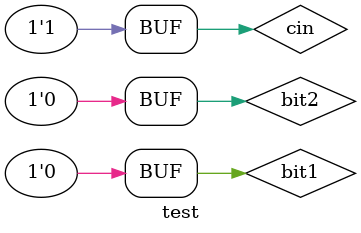
<source format=v>
`timescale 1ns / 1ps


module test;

	// Inputs
	reg bit1;
	reg bit2;
	reg cin;

	// Outputs
	wire sum;
	wire cout;

	// Instantiate the Unit Under Test (UUT)
	bitAdder uut (
		.bit1(bit1), 
		.bit2(bit2), 
		.cin(cin), 
		.sum(sum), 
		.cout(cout)
	);

	initial begin
		// Initialize Inputs
		bit1 = 0;
		bit2 = 0;
		cin = 1;

		// Wait 100 ns for global reset to finish
		#100;
        
		// Add stimulus here
	end
      
endmodule


</source>
